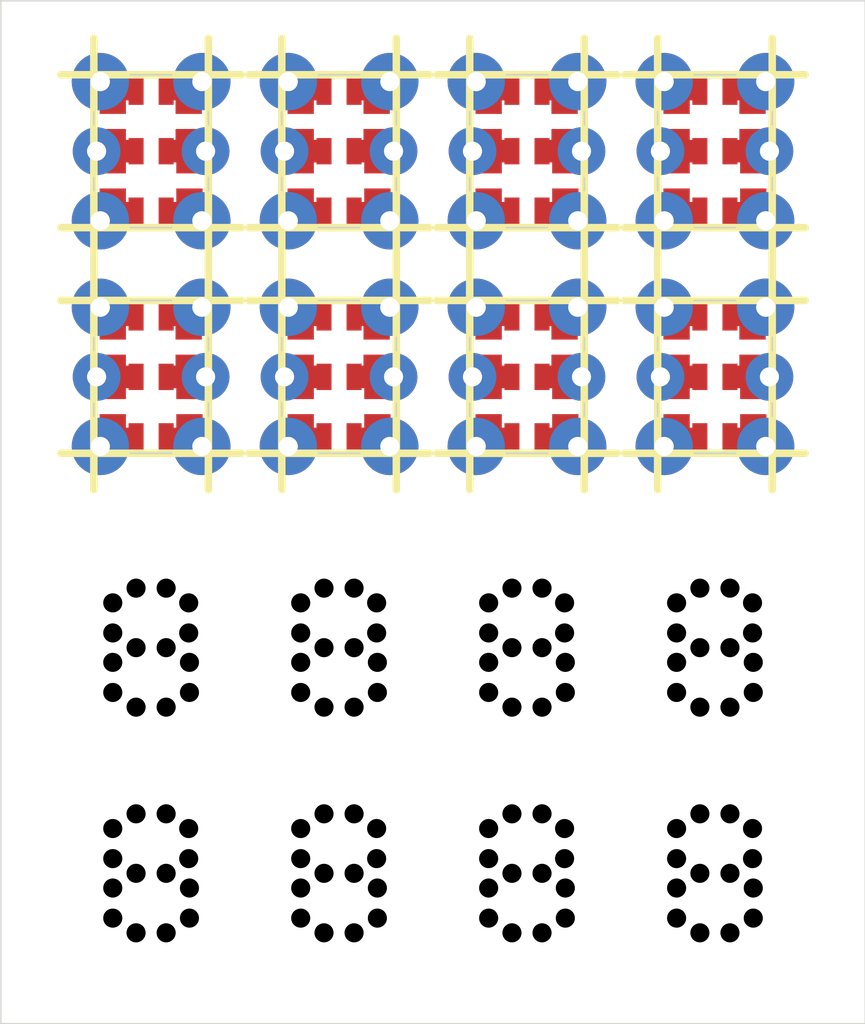
<source format=kicad_pcb>
(kicad_pcb (version 20211014) (generator pcbnew)
  (layers (0 "F.Cu" signal) (31 "B.Cu" signal) (34 "B.Paste" user) (35 "F.Paste" user) (36 "B.SilkS" user "B.Silkscreen") (37 "F.SilkS" user "F.Silkscreen") (38 "B.Mask" user) (39 "F.Mask" user) (44 "Edge.Cuts" user))
  (net 0 "")
  (footprint "nanosegment:sunled0603_stencil" (layer "F.Cu") (at 115.51 110.9955 -90)
    (fp_text reference "REF**145" hide)
    (fp_text value "sunled0603_stencil" hide)
  )
  (footprint "nanosegment:sunled0603_stencil" (layer "F.Cu") (at 106.99 110.2045 -90)
    (fp_text reference "REF**126" hide)
    (fp_text value "sunled0603_stencil" hide)
  )
  (footprint "nanosegment:sunled0603_stencil" (layer "F.Cu") (at 112.5 106.809)
    (fp_text reference "REF**114" hide)
    (fp_text value "sunled0603_stencil" hide)
  )
  (footprint "nanosegment:sunled0603" (layer "F.Cu") (at 112.5 104)
    (fp_text reference "REF**72" hide)
    (fp_text value "sunled0603" hide)
  )
  (footprint "nanosegment:sunled0603_stencil" (layer "F.Cu") (at 115.5 107.2045 -90)
    (fp_text reference "REF**120" hide)
    (fp_text value "sunled0603_stencil" hide)
  )
  (footprint "nanosegment:sunled0603" (layer "F.Cu") (at 106.99 103.6045 -90)
    (fp_text reference "REF**48" hide)
    (fp_text value "sunled0603" hide)
  )
  (footprint "nanosegment:sunled0603" (layer "F.Cu") (at 106.99 100.6045 -90)
    (fp_text reference "REF**" hide)
    (fp_text value "sunled0603" hide)
  )
  (footprint "nanosegment:sunled0603_stencil" (layer "F.Cu") (at 112.5 108.391)
    (fp_text reference "REF**108" hide)
    (fp_text value "sunled0603_stencil" hide)
  )
  (footprint "nanosegment:sunled0603" (layer "F.Cu") (at 107.5 100.209)
    (fp_text reference "REF**" hide)
    (fp_text value "sunled0603" hide)
  )
  (footprint "nanosegment:sunled0603_stencil" (layer "F.Cu") (at 115 107.6)
    (fp_text reference "REF**118" hide)
    (fp_text value "sunled0603_stencil" hide)
  )
  (footprint "nanosegment:sunled0603_stencil" (layer "F.Cu") (at 111.99 110.2045 -90)
    (fp_text reference "REF**140" hide)
    (fp_text value "sunled0603_stencil" hide)
  )
  (footprint "nanosegment:sunled0603_stencil" (layer "F.Cu") (at 106.99 107.2045 -90)
    (fp_text reference "REF**100" hide)
    (fp_text value "sunled0603_stencil" hide)
  )
  (footprint "nanosegment:sunled0603" (layer "F.Cu") (at 110.51 104.3955 -90)
    (fp_text reference "REF**57" hide)
    (fp_text value "sunled0603" hide)
  )
  (footprint "nanosegment:sunled0603_stencil" (layer "F.Cu") (at 115 106.809)
    (fp_text reference "REF**121" hide)
    (fp_text value "sunled0603_stencil" hide)
  )
  (footprint "nanosegment:sunled0603_stencil" (layer "F.Cu") (at 111.99 107.9955 -90)
    (fp_text reference "REF**109" hide)
    (fp_text value "sunled0603_stencil" hide)
  )
  (footprint "nanosegment:sunled0603" (layer "F.Cu") (at 109.49 101.3955 -90)
    (fp_text reference "REF**4" hide)
    (fp_text value "sunled0603" hide)
  )
  (footprint "nanosegment:sunled0603_stencil" (layer "F.Cu") (at 109.49 107.9955 -90)
    (fp_text reference "REF**99" hide)
    (fp_text value "sunled0603_stencil" hide)
  )
  (footprint "nanosegment:sunled0603" (layer "F.Cu") (at 112.5 103.209)
    (fp_text reference "REF**76" hide)
    (fp_text value "sunled0603" hide)
  )
  (footprint "nanosegment:sunled0603" (layer "F.Cu") (at 111.99 103.6045 -90)
    (fp_text reference "REF**74" hide)
    (fp_text value "sunled0603" hide)
  )
  (footprint "nanosegment:sunled0603" (layer "F.Cu") (at 108.01 104.3955 -90)
    (fp_text reference "REF**44" hide)
    (fp_text value "sunled0603" hide)
  )
  (footprint "nanosegment:sunled0603_stencil" (layer "F.Cu") (at 106.99 107.9955 -90)
    (fp_text reference "REF**95" hide)
    (fp_text value "sunled0603_stencil" hide)
  )
  (footprint "nanosegment:sunled0603_stencil" (layer "F.Cu") (at 110 107.6)
    (fp_text reference "REF**104" hide)
    (fp_text value "sunled0603_stencil" hide)
  )
  (footprint "nanosegment:sunled0603_stencil" (layer "F.Cu") (at 107.5 107.6)
    (fp_text reference "REF**98" hide)
    (fp_text value "sunled0603_stencil" hide)
  )
  (footprint "nanosegment:sunled0603_stencil" (layer "F.Cu") (at 113.01 107.9955 -90)
    (fp_text reference "REF**110" hide)
    (fp_text value "sunled0603_stencil" hide)
  )
  (footprint "nanosegment:sunled0603" (layer "F.Cu") (at 107.5 101)
    (fp_text reference "REF**" hide)
    (fp_text value "sunled0603" hide)
  )
  (footprint "nanosegment:sunled0603" (layer "F.Cu") (at 110 103.209)
    (fp_text reference "REF**63" hide)
    (fp_text value "sunled0603" hide)
  )
  (footprint "nanosegment:sunled0603_stencil" (layer "F.Cu") (at 107.5 109.809)
    (fp_text reference "REF**128" hide)
    (fp_text value "sunled0603_stencil" hide)
  )
  (footprint "nanosegment:sunled0603_stencil" (layer "F.Cu") (at 112.5 107.6)
    (fp_text reference "REF**111" hide)
    (fp_text value "sunled0603_stencil" hide)
  )
  (footprint "nanosegment:sunled0603_stencil" (layer "F.Cu") (at 109.49 107.2045 -90)
    (fp_text reference "REF**105" hide)
    (fp_text value "sunled0603_stencil" hide)
  )
  (footprint "nanosegment:sunled0603" (layer "F.Cu") (at 115 103.209)
    (fp_text reference "REF**89" hide)
    (fp_text value "sunled0603" hide)
  )
  (footprint "nanosegment:sunled0603" (layer "F.Cu") (at 111.99 104.3955 -90)
    (fp_text reference "REF**69" hide)
    (fp_text value "sunled0603" hide)
  )
  (footprint "nanosegment:sunled0603_stencil" (layer "F.Cu") (at 111.99 107.2045 -90)
    (fp_text reference "REF**112" hide)
    (fp_text value "sunled0603_stencil" hide)
  )
  (footprint "nanosegment:sunled0603_stencil" (layer "F.Cu") (at 112.5 111.391)
    (fp_text reference "REF**136" hide)
    (fp_text value "sunled0603_stencil" hide)
  )
  (footprint "nanosegment:sunled0603_stencil" (layer "F.Cu") (at 110 110.6)
    (fp_text reference "REF**132" hide)
    (fp_text value "sunled0603_stencil" hide)
  )
  (footprint "nanosegment:sunled0603" (layer "F.Cu") (at 114.49 100.6045 -90)
    (fp_text reference "REF**35" hide)
    (fp_text value "sunled0603" hide)
  )
  (footprint "nanosegment:sunled0603" (layer "F.Cu") (at 115.5 103.6045 -90)
    (fp_text reference "REF**88" hide)
    (fp_text value "sunled0603" hide)
  )
  (footprint "nanosegment:sunled0603_stencil" (layer "F.Cu") (at 110 108.391)
    (fp_text reference "REF**97" hide)
    (fp_text value "sunled0603_stencil" hide)
  )
  (footprint "nanosegment:sunled0603" (layer "F.Cu") (at 109.49 104.3955 -90)
    (fp_text reference "REF**56" hide)
    (fp_text value "sunled0603" hide)
  )
  (footprint "nanosegment:sunled0603" (layer "F.Cu") (at 108 103.6045 -90)
    (fp_text reference "REF**49" hide)
    (fp_text value "sunled0603" hide)
  )
  (footprint "nanosegment:sunled0603" (layer "F.Cu") (at 110 104)
    (fp_text reference "REF**59" hide)
    (fp_text value "sunled0603" hide)
  )
  (footprint "nanosegment:sunled0603_stencil" (layer "F.Cu") (at 115 110.6)
    (fp_text reference "REF**146" hide)
    (fp_text value "sunled0603_stencil" hide)
  )
  (footprint "nanosegment:sunled0603_stencil" (layer "F.Cu") (at 108.01 107.9955 -90)
    (fp_text reference "REF**96" hide)
    (fp_text value "sunled0603_stencil" hide)
  )
  (footprint "nanosegment:sunled0603" (layer "F.Cu") (at 108 100.6045 -90)
    (fp_text reference "REF**" hide)
    (fp_text value "sunled0603" hide)
  )
  (footprint "nanosegment:sunled0603_stencil" (layer "F.Cu") (at 115 111.391)
    (fp_text reference "REF**143" hide)
    (fp_text value "sunled0603_stencil" hide)
  )
  (footprint "nanosegment:sunled0603" (layer "F.Cu") (at 112.5 101)
    (fp_text reference "REF**20" hide)
    (fp_text value "sunled0603" hide)
  )
  (footprint "nanosegment:sunled0603_stencil" (layer "F.Cu") (at 108.01 110.9955 -90)
    (fp_text reference "REF**124" hide)
    (fp_text value "sunled0603_stencil" hide)
  )
  (footprint "nanosegment:sunled0603_stencil" (layer "F.Cu") (at 107.5 110.6)
    (fp_text reference "REF**125" hide)
    (fp_text value "sunled0603_stencil" hide)
  )
  (footprint "nanosegment:sunled0603" (layer "F.Cu") (at 107.5 103.209)
    (fp_text reference "REF**50" hide)
    (fp_text value "sunled0603" hide)
  )
  (footprint "nanosegment:sunled0603" (layer "F.Cu") (at 107.5 104.791)
    (fp_text reference "REF**42" hide)
    (fp_text value "sunled0603" hide)
  )
  (footprint "nanosegment:sunled0603_stencil" (layer "F.Cu") (at 114.49 110.2045 -90)
    (fp_text reference "REF**147" hide)
    (fp_text value "sunled0603_stencil" hide)
  )
  (footprint "nanosegment:sunled0603_stencil" (layer "F.Cu") (at 113.01 110.9955 -90)
    (fp_text reference "REF**138" hide)
    (fp_text value "sunled0603_stencil" hide)
  )
  (footprint "nanosegment:sunled0603" (layer "F.Cu") (at 114.49 101.3955 -90)
    (fp_text reference "REF**30" hide)
    (fp_text value "sunled0603" hide)
  )
  (footprint "nanosegment:sunled0603_stencil" (layer "F.Cu") (at 113 107.2045 -90)
    (fp_text reference "REF**113" hide)
    (fp_text value "sunled0603_stencil" hide)
  )
  (footprint "nanosegment:sunled0603" (layer "F.Cu") (at 110 104.791)
    (fp_text reference "REF**55" hide)
    (fp_text value "sunled0603" hide)
  )
  (footprint "nanosegment:sunled0603_stencil" (layer "F.Cu") (at 107.5 108.391)
    (fp_text reference "REF**94" hide)
    (fp_text value "sunled0603_stencil" hide)
  )
  (footprint "nanosegment:sunled0603" (layer "F.Cu") (at 114.49 104.3955 -90)
    (fp_text reference "REF**82" hide)
    (fp_text value "sunled0603" hide)
  )
  (footprint "nanosegment:sunled0603_stencil" (layer "F.Cu") (at 112.5 110.6)
    (fp_text reference "REF**139" hide)
    (fp_text value "sunled0603_stencil" hide)
  )
  (footprint "nanosegment:sunled0603_stencil" (layer "F.Cu") (at 110 111.391)
    (fp_text reference "REF**129" hide)
    (fp_text value "sunled0603_stencil" hide)
  )
  (footprint "nanosegment:sunled0603" (layer "F.Cu") (at 108.01 101.3955 -90)
    (fp_text reference "REF**" hide)
    (fp_text value "sunled0603" hide)
  )
  (footprint "nanosegment:sunled0603_stencil" (layer "F.Cu") (at 114.49 107.9955 -90)
    (fp_text reference "REF**116" hide)
    (fp_text value "sunled0603_stencil" hide)
  )
  (footprint "nanosegment:sunled0603" (layer "F.Cu") (at 115 104)
    (fp_text reference "REF**85" hide)
    (fp_text value "sunled0603" hide)
  )
  (footprint "nanosegment:sunled0603" (layer "F.Cu") (at 113 103.6045 -90)
    (fp_text reference "REF**75" hide)
    (fp_text value "sunled0603" hide)
  )
  (footprint "nanosegment:sunled0603" (layer "F.Cu") (at 110 101.791)
    (fp_text reference "REF**3" hide)
    (fp_text value "sunled0603" hide)
  )
  (footprint "nanosegment:sunled0603" (layer "F.Cu") (at 107.5 101.791)
    (fp_text reference "REF**" hide)
    (fp_text value "sunled0603" hide)
  )
  (footprint "nanosegment:sunled0603" (layer "F.Cu") (at 111.99 100.6045 -90)
    (fp_text reference "REF**22" hide)
    (fp_text value "sunled0603" hide)
  )
  (footprint "nanosegment:sunled0603" (layer "F.Cu") (at 106.99 101.3955 -90)
    (fp_text reference "REF**" hide)
    (fp_text value "sunled0603" hide)
  )
  (footprint "nanosegment:sunled0603" (layer "F.Cu") (at 115 101.791)
    (fp_text reference "REF**29" hide)
    (fp_text value "sunled0603" hide)
  )
  (footprint "nanosegment:sunled0603" (layer "F.Cu") (at 112.5 104.791)
    (fp_text reference "REF**68" hide)
    (fp_text value "sunled0603" hide)
  )
  (footprint "nanosegment:sunled0603_stencil" (layer "F.Cu") (at 108 107.2045 -90)
    (fp_text reference "REF**101" hide)
    (fp_text value "sunled0603_stencil" hide)
  )
  (footprint "nanosegment:sunled0603_stencil" (layer "F.Cu") (at 111.99 110.9955 -90)
    (fp_text reference "REF**137" hide)
    (fp_text value "sunled0603_stencil" hide)
  )
  (footprint "nanosegment:sunled0603_stencil" (layer "F.Cu") (at 109.49 110.2045 -90)
    (fp_text reference "REF**133" hide)
    (fp_text value "sunled0603_stencil" hide)
  )
  (footprint "nanosegment:sunled0603_stencil" (layer "F.Cu") (at 109.49 110.9955 -90)
    (fp_text reference "REF**130" hide)
    (fp_text value "sunled0603_stencil" hide)
  )
  (footprint "nanosegment:sunled0603" (layer "F.Cu") (at 110 100.209)
    (fp_text reference "REF**11" hide)
    (fp_text value "sunled0603" hide)
  )
  (footprint "nanosegment:sunled0603_stencil" (layer "F.Cu") (at 110.51 107.9955 -90)
    (fp_text reference "REF**103" hide)
    (fp_text value "sunled0603_stencil" hide)
  )
  (footprint "nanosegment:sunled0603" (layer "F.Cu") (at 111.99 101.3955 -90)
    (fp_text reference "REF**17" hide)
    (fp_text value "sunled0603" hide)
  )
  (footprint "nanosegment:sunled0603_stencil" (layer "F.Cu") (at 115.5 110.2045 -90)
    (fp_text reference "REF**148" hide)
    (fp_text value "sunled0603_stencil" hide)
  )
  (footprint "nanosegment:sunled0603_stencil" (layer "F.Cu") (at 108 110.2045 -90)
    (fp_text reference "REF**127" hide)
    (fp_text value "sunled0603_stencil" hide)
  )
  (footprint "nanosegment:sunled0603_stencil" (layer "F.Cu") (at 107.5 106.809)
    (fp_text reference "REF**102" hide)
    (fp_text value "sunled0603_stencil" hide)
  )
  (footprint "nanosegment:sunled0603_stencil" (layer "F.Cu") (at 115.51 107.9955 -90)
    (fp_text reference "REF**117" hide)
    (fp_text value "sunled0603_stencil" hide)
  )
  (footprint "nanosegment:sunled0603" (layer "F.Cu") (at 110 101)
    (fp_text reference "REF**7" hide)
    (fp_text value "sunled0603" hide)
  )
  (footprint "nanosegment:sunled0603" (layer "F.Cu") (at 113.01 101.3955 -90)
    (fp_text reference "REF**18" hide)
    (fp_text value "sunled0603" hide)
  )
  (footprint "nanosegment:sunled0603" (layer "F.Cu") (at 109.49 103.6045 -90)
    (fp_text reference "REF**61" hide)
    (fp_text value "sunled0603" hide)
  )
  (footprint "nanosegment:sunled0603" (layer "F.Cu") (at 113.01 104.3955 -90)
    (fp_text reference "REF**70" hide)
    (fp_text value "sunled0603" hide)
  )
  (footprint "nanosegment:sunled0603_stencil" (layer "F.Cu") (at 113 110.2045 -90)
    (fp_text reference "REF**141" hide)
    (fp_text value "sunled0603_stencil" hide)
  )
  (footprint "nanosegment:sunled0603" (layer "F.Cu") (at 110.51 101.3955 -90)
    (fp_text reference "REF**5" hide)
    (fp_text value "sunled0603" hide)
  )
  (footprint "nanosegment:sunled0603" (layer "F.Cu") (at 115.51 104.3955 -90)
    (fp_text reference "REF**83" hide)
    (fp_text value "sunled0603" hide)
  )
  (footprint "nanosegment:sunled0603_stencil" (layer "F.Cu") (at 110.5 110.2045 -90)
    (fp_text reference "REF**134" hide)
    (fp_text value "sunled0603_stencil" hide)
  )
  (footprint "nanosegment:sunled0603" (layer "F.Cu") (at 110.5 100.6045 -90)
    (fp_text reference "REF**10" hide)
    (fp_text value "sunled0603" hide)
  )
  (footprint "nanosegment:sunled0603_stencil" (layer "F.Cu") (at 110 109.809)
    (fp_text reference "REF**135" hide)
    (fp_text value "sunled0603_stencil" hide)
  )
  (footprint "nanosegment:sunled0603" (layer "F.Cu") (at 109.49 100.6045 -90)
    (fp_text reference "REF**9" hide)
    (fp_text value "sunled0603" hide)
  )
  (footprint "nanosegment:sunled0603_stencil" (layer "F.Cu") (at 106.99 110.9955 -90)
    (fp_text reference "REF**123" hide)
    (fp_text value "sunled0603_stencil" hide)
  )
  (footprint "nanosegment:sunled0603" (layer "F.Cu") (at 112.5 100.209)
    (fp_text reference "REF**24" hide)
    (fp_text value "sunled0603" hide)
  )
  (footprint "nanosegment:sunled0603_stencil" (layer "F.Cu") (at 107.5 111.391)
    (fp_text reference "REF**122" hide)
    (fp_text value "sunled0603_stencil" hide)
  )
  (footprint "nanosegment:sunled0603" (layer "F.Cu") (at 113 100.6045 -90)
    (fp_text reference "REF**23" hide)
    (fp_text value "sunled0603" hide)
  )
  (footprint "nanosegment:sunled0603" (layer "F.Cu") (at 115 104.791)
    (fp_text reference "REF**81" hide)
    (fp_text value "sunled0603" hide)
  )
  (footprint "nanosegment:sunled0603" (layer "F.Cu") (at 107.5 104)
    (fp_text reference "REF**46" hide)
    (fp_text value "sunled0603" hide)
  )
  (footprint "nanosegment:sunled0603" (layer "F.Cu") (at 115.51 101.3955 -90)
    (fp_text reference "REF**31" hide)
    (fp_text value "sunled0603" hide)
  )
  (footprint "nanosegment:sunled0603_stencil" (layer "F.Cu") (at 115 108.391)
    (fp_text reference "REF**115" hide)
    (fp_text value "sunled0603_stencil" hide)
  )
  (footprint "nanosegment:sunled0603" (layer "F.Cu") (at 115 100.209)
    (fp_text reference "REF**37" hide)
    (fp_text value "sunled0603" hide)
  )
  (footprint "nanosegment:sunled0603" (layer "F.Cu") (at 110.5 103.6045 -90)
    (fp_text reference "REF**62" hide)
    (fp_text value "sunled0603" hide)
  )
  (footprint "nanosegment:sunled0603_stencil" (layer "F.Cu") (at 110 106.809)
    (fp_text reference "REF**107" hide)
    (fp_text value "sunled0603_stencil" hide)
  )
  (footprint "nanosegment:sunled0603" (layer "F.Cu") (at 115.5 100.6045 -90)
    (fp_text reference "REF**36" hide)
    (fp_text value "sunled0603" hide)
  )
  (footprint "nanosegment:sunled0603_stencil" (layer "F.Cu") (at 114.49 110.9955 -90)
    (fp_text reference "REF**144" hide)
    (fp_text value "sunled0603_stencil" hide)
  )
  (footprint "nanosegment:sunled0603_stencil" (layer "F.Cu") (at 115 109.809)
    (fp_text reference "REF**149" hide)
    (fp_text value "sunled0603_stencil" hide)
  )
  (footprint "nanosegment:sunled0603_stencil" (layer "F.Cu") (at 110.5 107.2045 -90)
    (fp_text reference "REF**106" hide)
    (fp_text value "sunled0603_stencil" hide)
  )
  (footprint "nanosegment:sunled0603" (layer "F.Cu") (at 106.99 104.3955 -90)
    (fp_text reference "REF**43" hide)
    (fp_text value "sunled0603" hide)
  )
  (footprint "nanosegment:sunled0603_stencil" (layer "F.Cu") (at 110.51 110.9955 -90)
    (fp_text reference "REF**131" hide)
    (fp_text value "sunled0603_stencil" hide)
  )
  (footprint "nanosegment:sunled0603_stencil" (layer "F.Cu") (at 114.49 107.2045 -90)
    (fp_text reference "REF**119" hide)
    (fp_text value "sunled0603_stencil" hide)
  )
  (footprint "nanosegment:sunled0603_stencil" (layer "F.Cu") (at 112.5 109.809)
    (fp_text reference "REF**142" hide)
    (fp_text value "sunled0603_stencil" hide)
  )
  (footprint "nanosegment:sunled0603" (layer "F.Cu") (at 115 101)
    (fp_text reference "REF**33" hide)
    (fp_text value "sunled0603" hide)
  )
  (footprint "nanosegment:sunled0603" (layer "F.Cu") (at 114.49 103.6045 -90)
    (fp_text reference "REF**87" hide)
    (fp_text value "sunled0603" hide)
  )
  (footprint "nanosegment:sunled0603" (layer "F.Cu") (at 112.5 101.791)
    (fp_text reference "REF**16" hide)
    (fp_text value "sunled0603" hide)
  )
  (footprint "TestPoint:TestPoint_Plated_Hole_D2.0mm" (layer "B.Cu") (at 109.275 101 180)
    (fp_text reference "REF**6" hide)
    (fp_text value "TestPoint_Plated_Hole_D2.0mm" hide)
  )
  (footprint "TestPoint:TestPoint_Plated_Hole_D2.0mm" (layer "B.Cu") (at 108.175 104.925 180)
    (fp_text reference "REF**41" hide)
    (fp_text value "TestPoint_Plated_Hole_D2.0mm" hide)
  )
  (footprint "TestPoint:TestPoint_Plated_Hole_D2.0mm" (layer "B.Cu") (at 111.825 100.075 180)
    (fp_text reference "REF**25" hide)
    (fp_text value "TestPoint_Plated_Hole_D2.0mm" hide)
  )
  (footprint "TestPoint:TestPoint_Plated_Hole_D2.0mm" (layer "B.Cu") (at 113.175 104.925 180)
    (fp_text reference "REF**67" hide)
    (fp_text value "TestPoint_Plated_Hole_D2.0mm" hide)
  )
  (footprint "TestPoint:TestPoint_Plated_Hole_D2.0mm" (layer "B.Cu") (at 113.175 103.075 180)
    (fp_text reference "REF**78" hide)
    (fp_text value "TestPoint_Plated_Hole_D2.0mm" hide)
  )
  (footprint "TestPoint:TestPoint_Plated_Hole_D2.0mm" (layer "B.Cu") (at 108.225 101 180)
    (fp_text reference "REF**" hide)
    (fp_text value "TestPoint_Plated_Hole_D2.0mm" hide)
  )
  (footprint "TestPoint:TestPoint_Plated_Hole_D2.0mm" (layer "B.Cu") (at 109.325 103.075 180)
    (fp_text reference "REF**64" hide)
    (fp_text value "TestPoint_Plated_Hole_D2.0mm" hide)
  )
  (footprint "TestPoint:TestPoint_Plated_Hole_D2.0mm" (layer "B.Cu") (at 114.275 104 180)
    (fp_text reference "REF**84" hide)
    (fp_text value "TestPoint_Plated_Hole_D2.0mm" hide)
  )
  (footprint "TestPoint:TestPoint_Plated_Hole_D2.0mm" (layer "B.Cu") (at 109.325 100.075 180)
    (fp_text reference "REF**12" hide)
    (fp_text value "TestPoint_Plated_Hole_D2.0mm" hide)
  )
  (footprint "TestPoint:TestPoint_Plated_Hole_D2.0mm" (layer "B.Cu") (at 108.175 100.075 180)
    (fp_text reference "REF**" hide)
    (fp_text value "TestPoint_Plated_Hole_D2.0mm" hide)
  )
  (footprint "TestPoint:TestPoint_Plated_Hole_D2.0mm" (layer "B.Cu") (at 110.675 101.925 180)
    (fp_text reference "REF**2" hide)
    (fp_text value "TestPoint_Plated_Hole_D2.0mm" hide)
  )
  (footprint "TestPoint:TestPoint_Plated_Hole_D2.0mm" (layer "B.Cu") (at 106.825 101.925 180)
    (fp_text reference "REF**" hide)
    (fp_text value "TestPoint_Plated_Hole_D2.0mm" hide)
  )
  (footprint "TestPoint:TestPoint_Plated_Hole_D2.0mm" (layer "B.Cu") (at 106.775 101 180)
    (fp_text reference "REF**" hide)
    (fp_text value "TestPoint_Plated_Hole_D2.0mm" hide)
  )
  (footprint "TestPoint:TestPoint_Plated_Hole_D2.0mm" (layer "B.Cu") (at 115.675 103.075 180)
    (fp_text reference "REF**91" hide)
    (fp_text value "TestPoint_Plated_Hole_D2.0mm" hide)
  )
  (footprint "TestPoint:TestPoint_Plated_Hole_D2.0mm" (layer "B.Cu") (at 106.825 100.075 180)
    (fp_text reference "REF**" hide)
    (fp_text value "TestPoint_Plated_Hole_D2.0mm" hide)
  )
  (footprint "TestPoint:TestPoint_Plated_Hole_D2.0mm" (layer "B.Cu") (at 111.775 104 180)
    (fp_text reference "REF**71" hide)
    (fp_text value "TestPoint_Plated_Hole_D2.0mm" hide)
  )
  (footprint "TestPoint:TestPoint_Plated_Hole_D2.0mm" (layer "B.Cu") (at 111.825 103.075 180)
    (fp_text reference "REF**77" hide)
    (fp_text value "TestPoint_Plated_Hole_D2.0mm" hide)
  )
  (footprint "TestPoint:TestPoint_Plated_Hole_D2.0mm" (layer "B.Cu") (at 106.825 104.925 180)
    (fp_text reference "REF**40" hide)
    (fp_text value "TestPoint_Plated_Hole_D2.0mm" hide)
  )
  (footprint "TestPoint:TestPoint_Plated_Hole_D2.0mm" (layer "B.Cu") (at 110.675 104.925 180)
    (fp_text reference "REF**54" hide)
    (fp_text value "TestPoint_Plated_Hole_D2.0mm" hide)
  )
  (footprint "TestPoint:TestPoint_Plated_Hole_D2.0mm" (layer "B.Cu") (at 106.825 103.075 180)
    (fp_text reference "REF**51" hide)
    (fp_text value "TestPoint_Plated_Hole_D2.0mm" hide)
  )
  (footprint "TestPoint:TestPoint_Plated_Hole_D2.0mm" (layer "B.Cu") (at 113.175 101.925 180)
    (fp_text reference "REF**15" hide)
    (fp_text value "TestPoint_Plated_Hole_D2.0mm" hide)
  )
  (footprint "TestPoint:TestPoint_Plated_Hole_D2.0mm" (layer "B.Cu") (at 110.675 100.075 180)
    (fp_text reference "REF**13" hide)
    (fp_text value "TestPoint_Plated_Hole_D2.0mm" hide)
  )
  (footprint "TestPoint:TestPoint_Plated_Hole_D2.0mm" (layer "B.Cu") (at 114.325 100.075 180)
    (fp_text reference "REF**38" hide)
    (fp_text value "TestPoint_Plated_Hole_D2.0mm" hide)
  )
  (footprint "TestPoint:TestPoint_Plated_Hole_D2.0mm" (layer "B.Cu") (at 115.675 104.925 180)
    (fp_text reference "REF**80" hide)
    (fp_text value "TestPoint_Plated_Hole_D2.0mm" hide)
  )
  (footprint "TestPoint:TestPoint_Plated_Hole_D2.0mm" (layer "B.Cu") (at 109.325 104.925 180)
    (fp_text reference "REF**53" hide)
    (fp_text value "TestPoint_Plated_Hole_D2.0mm" hide)
  )
  (footprint "TestPoint:TestPoint_Plated_Hole_D2.0mm" (layer "B.Cu") (at 114.325 101.925 180)
    (fp_text reference "REF**27" hide)
    (fp_text value "TestPoint_Plated_Hole_D2.0mm" hide)
  )
  (footprint "TestPoint:TestPoint_Plated_Hole_D2.0mm" (layer "B.Cu") (at 115.675 100.075 180)
    (fp_text reference "REF**39" hide)
    (fp_text value "TestPoint_Plated_Hole_D2.0mm" hide)
  )
  (footprint "TestPoint:TestPoint_Plated_Hole_D2.0mm" (layer "B.Cu") (at 110.675 103.075 180)
    (fp_text reference "REF**65" hide)
    (fp_text value "TestPoint_Plated_Hole_D2.0mm" hide)
  )
  (footprint "TestPoint:TestPoint_Plated_Hole_D2.0mm" (layer "B.Cu") (at 114.275 101 180)
    (fp_text reference "REF**32" hide)
    (fp_text value "TestPoint_Plated_Hole_D2.0mm" hide)
  )
  (footprint "TestPoint:TestPoint_Plated_Hole_D2.0mm" (layer "B.Cu") (at 115.725 101 180)
    (fp_text reference "REF**34" hide)
    (fp_text value "TestPoint_Plated_Hole_D2.0mm" hide)
  )
  (footprint "TestPoint:TestPoint_Plated_Hole_D2.0mm" (layer "B.Cu") (at 110.725 101 180)
    (fp_text reference "REF**8" hide)
    (fp_text value "TestPoint_Plated_Hole_D2.0mm" hide)
  )
  (footprint "TestPoint:TestPoint_Plated_Hole_D2.0mm" (layer "B.Cu") (at 111.825 101.925 180)
    (fp_text reference "REF**14" hide)
    (fp_text value "TestPoint_Plated_Hole_D2.0mm" hide)
  )
  (footprint "TestPoint:TestPoint_Plated_Hole_D2.0mm" (layer "B.Cu") (at 113.225 104 180)
    (fp_text reference "REF**73" hide)
    (fp_text value "TestPoint_Plated_Hole_D2.0mm" hide)
  )
  (footprint "TestPoint:TestPoint_Plated_Hole_D2.0mm" (layer "B.Cu") (at 115.675 101.925 180)
    (fp_text reference "REF**28" hide)
    (fp_text value "TestPoint_Plated_Hole_D2.0mm" hide)
  )
  (footprint "TestPoint:TestPoint_Plated_Hole_D2.0mm" (layer "B.Cu") (at 109.275 104 180)
    (fp_text reference "REF**58" hide)
    (fp_text value "TestPoint_Plated_Hole_D2.0mm" hide)
  )
  (footprint "TestPoint:TestPoint_Plated_Hole_D2.0mm" (layer "B.Cu") (at 113.225 101 180)
    (fp_text reference "REF**21" hide)
    (fp_text value "TestPoint_Plated_Hole_D2.0mm" hide)
  )
  (footprint "TestPoint:TestPoint_Plated_Hole_D2.0mm" (layer "B.Cu") (at 108.175 103.075 180)
    (fp_text reference "REF**52" hide)
    (fp_text value "TestPoint_Plated_Hole_D2.0mm" hide)
  )
  (footprint "TestPoint:TestPoint_Plated_Hole_D2.0mm" (layer "B.Cu") (at 115.725 104 180)
    (fp_text reference "REF**86" hide)
    (fp_text value "TestPoint_Plated_Hole_D2.0mm" hide)
  )
  (footprint "TestPoint:TestPoint_Plated_Hole_D2.0mm" (layer "B.Cu") (at 114.325 103.075 180)
    (fp_text reference "REF**90" hide)
    (fp_text value "TestPoint_Plated_Hole_D2.0mm" hide)
  )
  (footprint "TestPoint:TestPoint_Plated_Hole_D2.0mm" (layer "B.Cu") (at 111.775 101 180)
    (fp_text reference "REF**19" hide)
    (fp_text value "TestPoint_Plated_Hole_D2.0mm" hide)
  )
  (footprint "TestPoint:TestPoint_Plated_Hole_D2.0mm" (layer "B.Cu") (at 108.225 104 180)
    (fp_text reference "REF**47" hide)
    (fp_text value "TestPoint_Plated_Hole_D2.0mm" hide)
  )
  (footprint "TestPoint:TestPoint_Plated_Hole_D2.0mm" (layer "B.Cu") (at 114.325 104.925 180)
    (fp_text reference "REF**79" hide)
    (fp_text value "TestPoint_Plated_Hole_D2.0mm" hide)
  )
  (footprint "TestPoint:TestPoint_Plated_Hole_D2.0mm" (layer "B.Cu") (at 108.175 101.925 180)
    (fp_text reference "REF**" hide)
    (fp_text value "TestPoint_Plated_Hole_D2.0mm" hide)
  )
  (footprint "TestPoint:TestPoint_Plated_Hole_D2.0mm" (layer "B.Cu") (at 109.325 101.925 180)
    (fp_text reference "REF**1" hide)
    (fp_text value "TestPoint_Plated_Hole_D2.0mm" hide)
  )
  (footprint "TestPoint:TestPoint_Plated_Hole_D2.0mm" (layer "B.Cu") (at 106.775 104 180)
    (fp_text reference "REF**45" hide)
    (fp_text value "TestPoint_Plated_Hole_D2.0mm" hide)
  )
  (footprint "TestPoint:TestPoint_Plated_Hole_D2.0mm" (layer "B.Cu") (at 110.725 104 180)
    (fp_text reference "REF**60" hide)
    (fp_text value "TestPoint_Plated_Hole_D2.0mm" hide)
  )
  (footprint "TestPoint:TestPoint_Plated_Hole_D2.0mm" (layer "B.Cu") (at 113.175 100.075 180)
    (fp_text reference "REF**26" hide)
    (fp_text value "TestPoint_Plated_Hole_D2.0mm" hide)
  )
  (footprint "TestPoint:TestPoint_Plated_Hole_D2.0mm" (layer "B.Cu") (at 111.825 104.925 180)
    (fp_text reference "REF**66" hide)
    (fp_text value "TestPoint_Plated_Hole_D2.0mm" hide)
  )
  (gr_rect (start 107.775 100.85) (end 108.225 101.15) (layer "F.Cu") (width 0) (fill solid))
  (gr_poly (pts (xy 107.775 100.025) (xy 108.225 100.025) (xy 108.225 100.325) (xy 107.775 100.325)) (layer "F.Cu") (width 0) (fill solid))
  (gr_rect (start 115.275 104.675) (end 115.725 104.975) (layer "F.Cu") (width 0) (fill solid))
  (gr_poly (pts (xy 107.225 103.325) (xy 106.775 103.325) (xy 106.775 103.025) (xy 107.225 103.025)) (layer "F.Cu") (width 0) (fill solid))
  (gr_rect (start 115.275 101.675) (end 115.725 101.975) (layer "F.Cu") (width 0) (fill solid))
  (gr_poly (pts (xy 112.225 101.975) (xy 111.775 101.975) (xy 111.775 101.675) (xy 112.225 101.675)) (layer "F.Cu") (width 0) (fill solid))
  (gr_poly (pts (xy 107.775 103.025) (xy 108.225 103.025) (xy 108.225 103.325) (xy 107.775 103.325)) (layer "F.Cu") (width 0) (fill solid))
  (gr_poly (pts (xy 114.725 101.15) (xy 114.275 101.15) (xy 114.275 100.85) (xy 114.725 100.85)) (layer "F.Cu") (width 0) (fill solid))
  (gr_poly (pts (xy 109.725 104.15) (xy 109.275 104.15) (xy 109.275 103.85) (xy 109.725 103.85)) (layer "F.Cu") (width 0) (fill solid))
  (gr_rect (start 112.775 104.675) (end 113.225 104.975) (layer "F.Cu") (width 0) (fill solid))
  (gr_poly (pts (xy 107.225 100.325) (xy 106.775 100.325) (xy 106.775 100.025) (xy 107.225 100.025)) (layer "F.Cu") (width 0) (fill solid))
  (gr_poly (pts (xy 114.725 101.975) (xy 114.275 101.975) (xy 114.275 101.675) (xy 114.725 101.675)) (layer "F.Cu") (width 0) (fill solid))
  (gr_poly (pts (xy 112.225 101.15) (xy 111.775 101.15) (xy 111.775 100.85) (xy 112.225 100.85)) (layer "F.Cu") (width 0) (fill solid))
  (gr_poly (pts (xy 109.725 100.325) (xy 109.275 100.325) (xy 109.275 100.025) (xy 109.725 100.025)) (layer "F.Cu") (width 0) (fill solid))
  (gr_poly (pts (xy 109.725 103.325) (xy 109.275 103.325) (xy 109.275 103.025) (xy 109.725 103.025)) (layer "F.Cu") (width 0) (fill solid))
  (gr_poly (pts (xy 114.725 103.325) (xy 114.275 103.325) (xy 114.275 103.025) (xy 114.725 103.025)) (layer "F.Cu") (width 0) (fill solid))
  (gr_poly (pts (xy 112.225 103.325) (xy 111.775 103.325) (xy 111.775 103.025) (xy 112.225 103.025)) (layer "F.Cu") (width 0) (fill solid))
  (gr_poly (pts (xy 107.225 104.975) (xy 106.775 104.975) (xy 106.775 104.675) (xy 107.225 104.675)) (layer "F.Cu") (width 0) (fill solid))
  (gr_poly (pts (xy 109.725 104.975) (xy 109.275 104.975) (xy 109.275 104.675) (xy 109.725 104.675)) (layer "F.Cu") (width 0) (fill solid))
  (gr_rect (start 107.775 101.675) (end 108.225 101.975) (layer "F.Cu") (width 0) (fill solid))
  (gr_poly (pts (xy 112.775 100.025) (xy 113.225 100.025) (xy 113.225 100.325) (xy 112.775 100.325)) (layer "F.Cu") (width 0) (fill solid))
  (gr_poly (pts (xy 110.275 100.025) (xy 110.725 100.025) (xy 110.725 100.325) (xy 110.275 100.325)) (layer "F.Cu") (width 0) (fill solid))
  (gr_poly (pts (xy 109.725 101.15) (xy 109.275 101.15) (xy 109.275 100.85) (xy 109.725 100.85)) (layer "F.Cu") (width 0) (fill solid))
  (gr_rect (start 110.275 104.675) (end 110.725 104.975) (layer "F.Cu") (width 0) (fill solid))
  (gr_poly (pts (xy 112.225 104.975) (xy 111.775 104.975) (xy 111.775 104.675) (xy 112.225 104.675)) (layer "F.Cu") (width 0) (fill solid))
  (gr_rect (start 115.275 103.85) (end 115.725 104.15) (layer "F.Cu") (width 0) (fill solid))
  (gr_poly (pts (xy 107.225 104.15) (xy 106.775 104.15) (xy 106.775 103.85) (xy 107.225 103.85)) (layer "F.Cu") (width 0) (fill solid))
  (gr_poly (pts (xy 107.225 101.975) (xy 106.775 101.975) (xy 106.775 101.675) (xy 107.225 101.675)) (layer "F.Cu") (width 0) (fill solid))
  (gr_rect (start 112.775 103.85) (end 113.225 104.15) (layer "F.Cu") (width 0) (fill solid))
  (gr_poly (pts (xy 112.775 103.025) (xy 113.225 103.025) (xy 113.225 103.325) (xy 112.775 103.325)) (layer "F.Cu") (width 0) (fill solid))
  (gr_poly (pts (xy 112.225 104.15) (xy 111.775 104.15) (xy 111.775 103.85) (xy 112.225 103.85)) (layer "F.Cu") (width 0) (fill solid))
  (gr_rect (start 110.275 100.85) (end 110.725 101.15) (layer "F.Cu") (width 0) (fill solid))
  (gr_rect (start 112.775 101.675) (end 113.225 101.975) (layer "F.Cu") (width 0) (fill solid))
  (gr_poly (pts (xy 115.275 103.025) (xy 115.725 103.025) (xy 115.725 103.325) (xy 115.275 103.325)) (layer "F.Cu") (width 0) (fill solid))
  (gr_poly (pts (xy 114.725 104.975) (xy 114.275 104.975) (xy 114.275 104.675) (xy 114.725 104.675)) (layer "F.Cu") (width 0) (fill solid))
  (gr_rect (start 107.775 104.675) (end 108.225 104.975) (layer "F.Cu") (width 0) (fill solid))
  (gr_poly (pts (xy 109.725 101.975) (xy 109.275 101.975) (xy 109.275 101.675) (xy 109.725 101.675)) (layer "F.Cu") (width 0) (fill solid))
  (gr_poly (pts (xy 115.275 100.025) (xy 115.725 100.025) (xy 115.725 100.325) (xy 115.275 100.325)) (layer "F.Cu") (width 0) (fill solid))
  (gr_poly (pts (xy 107.225 101.15) (xy 106.775 101.15) (xy 106.775 100.85) (xy 107.225 100.85)) (layer "F.Cu") (width 0) (fill solid))
  (gr_poly (pts (xy 114.725 104.15) (xy 114.275 104.15) (xy 114.275 103.85) (xy 114.725 103.85)) (layer "F.Cu") (width 0) (fill solid))
  (gr_rect (start 110.275 101.675) (end 110.725 101.975) (layer "F.Cu") (width 0) (fill solid))
  (gr_rect (start 107.775 103.85) (end 108.225 104.15) (layer "F.Cu") (width 0) (fill solid))
  (gr_poly (pts (xy 114.725 100.325) (xy 114.275 100.325) (xy 114.275 100.025) (xy 114.725 100.025)) (layer "F.Cu") (width 0) (fill solid))
  (gr_rect (start 112.775 100.85) (end 113.225 101.15) (layer "F.Cu") (width 0) (fill solid))
  (gr_rect (start 115.275 100.85) (end 115.725 101.15) (layer "F.Cu") (width 0) (fill solid))
  (gr_poly (pts (xy 110.275 103.025) (xy 110.725 103.025) (xy 110.725 103.325) (xy 110.275 103.325)) (layer "F.Cu") (width 0) (fill solid))
  (gr_poly (pts (xy 112.225 100.325) (xy 111.775 100.325) (xy 111.775 100.025) (xy 112.225 100.025)) (layer "F.Cu") (width 0) (fill solid))
  (gr_rect (start 110.275 103.85) (end 110.725 104.15) (layer "F.Cu") (width 0) (fill solid))
  (gr_line (start 108.262 99.5) (end 108.262 102.5) (layer "F.SilkS") (width 0.1))
  (gr_line (start 106.3 102.984) (end 108.7 102.984) (layer "F.SilkS") (width 0.1))
  (gr_line (start 111.738 99.5) (end 111.738 102.5) (layer "F.SilkS") (width 0.1))
  (gr_line (start 111.738 102.5) (end 111.738 105.5) (layer "F.SilkS") (width 0.1))
  (gr_line (start 106.3 102.016) (end 108.7 102.016) (layer "F.SilkS") (width 0.1))
  (gr_line (start 109.238 99.5) (end 109.238 102.5) (layer "F.SilkS") (width 0.1))
  (gr_line (start 113.8 102.984) (end 116.2 102.984) (layer "F.SilkS") (width 0.1))
  (gr_line (start 108.8 102.016) (end 111.2 102.016) (layer "F.SilkS") (width 0.1))
  (gr_line (start 108.8 102.984) (end 111.2 102.984) (layer "F.SilkS") (width 0.1))
  (gr_line (start 106.738 102.5) (end 106.738 105.5) (layer "F.SilkS") (width 0.1))
  (gr_line (start 110.762 99.5) (end 110.762 102.5) (layer "F.SilkS") (width 0.1))
  (gr_line (start 111.3 102.984) (end 113.7 102.984) (layer "F.SilkS") (width 0.1))
  (gr_line (start 111.3 102.016) (end 113.7 102.016) (layer "F.SilkS") (width 0.1))
  (gr_line (start 113.8 105.016) (end 116.2 105.016) (layer "F.SilkS") (width 0.1))
  (gr_line (start 108.262 102.5) (end 108.262 105.5) (layer "F.SilkS") (width 0.1))
  (gr_line (start 108.8 105.016) (end 111.2 105.016) (layer "F.SilkS") (width 0.1))
  (gr_line (start 111.3 105.016) (end 113.7 105.016) (layer "F.SilkS") (width 0.1))
  (gr_line (start 115.762 99.5) (end 115.762 102.5) (layer "F.SilkS") (width 0.1))
  (gr_line (start 106.3 105.016) (end 108.7 105.016) (layer "F.SilkS") (width 0.1))
  (gr_line (start 109.238 102.5) (end 109.238 105.5) (layer "F.SilkS") (width 0.1))
  (gr_line (start 106.3 99.984) (end 108.7 99.984) (layer "F.SilkS") (width 0.1))
  (gr_line (start 114.238 102.5) (end 114.238 105.5) (layer "F.SilkS") (width 0.1))
  (gr_line (start 111.3 99.984) (end 113.7 99.984) (layer "F.SilkS") (width 0.1))
  (gr_line (start 113.262 99.5) (end 113.262 102.5) (layer "F.SilkS") (width 0.1))
  (gr_line (start 114.238 99.5) (end 114.238 102.5) (layer "F.SilkS") (width 0.1))
  (gr_line (start 115.762 102.5) (end 115.762 105.5) (layer "F.SilkS") (width 0.1))
  (gr_line (start 113.8 99.984) (end 116.2 99.984) (layer "F.SilkS") (width 0.1))
  (gr_line (start 106.738 99.5) (end 106.738 102.5) (layer "F.SilkS") (width 0.1))
  (gr_line (start 108.8 99.984) (end 111.2 99.984) (layer "F.SilkS") (width 0.1))
  (gr_line (start 113.262 102.5) (end 113.262 105.5) (layer "F.SilkS") (width 0.1))
  (gr_line (start 110.762 102.5) (end 110.762 105.5) (layer "F.SilkS") (width 0.1))
  (gr_line (start 113.8 102.016) (end 116.2 102.016) (layer "F.SilkS") (width 0.1))
  (gr_line (start 109.725 102.016) (end 110.275 102.016) (layer "Edge.Cuts") (width 0.02))
  (gr_line (start 113.262 103.65) (end 113.262 103.475) (layer "Edge.Cuts") (width 0.02))
  (gr_line (start 114.238 103.65) (end 114.238 103.475) (layer "Edge.Cuts") (width 0.02))
  (gr_line (start 112.225 105.016) (end 112.775 105.016) (layer "Edge.Cuts") (width 0.02))
  (gr_line (start 114.725 102.984) (end 115.275 102.984) (layer "Edge.Cuts") (width 0.02))
  (gr_line (start 112.225 99.984) (end 112.775 99.984) (layer "Edge.Cuts") (width 0.02))
  (gr_line (start 113.262 104.525) (end 113.262 104.35) (layer "Edge.Cuts") (width 0.02))
  (gr_line (start 108.262 103.65) (end 108.262 103.475) (layer "Edge.Cuts") (width 0.02))
  (gr_line (start 106.738 101.525) (end 106.738 101.35) (layer "Edge.Cuts") (width 0.02))
  (gr_line (start 106.738 104.525) (end 106.738 104.35) (layer "Edge.Cuts") (width 0.02))
  (gr_line (start 109.238 101.525) (end 109.238 101.35) (layer "Edge.Cuts") (width 0.02))
  (gr_line (start 110.762 100.65) (end 110.762 100.475) (layer "Edge.Cuts") (width 0.02))
  (gr_line (start 112.225 102.016) (end 112.775 102.016) (layer "Edge.Cuts") (width 0.02))
  (gr_line (start 111.738 103.65) (end 111.738 103.475) (layer "Edge.Cuts") (width 0.02))
  (gr_line (start 109.238 100.65) (end 109.238 100.475) (layer "Edge.Cuts") (width 0.02))
  (gr_line (start 115.762 104.525) (end 115.762 104.35) (layer "Edge.Cuts") (width 0.02))
  (gr_line (start 114.238 104.525) (end 114.238 104.35) (layer "Edge.Cuts") (width 0.02))
  (gr_line (start 107.225 102.984) (end 107.775 102.984) (layer "Edge.Cuts") (width 0.02))
  (gr_line (start 110.762 101.525) (end 110.762 101.35) (layer "Edge.Cuts") (width 0.02))
  (gr_line (start 110.762 103.65) (end 110.762 103.475) (layer "Edge.Cuts") (width 0.02))
  (gr_line (start 109.238 104.525) (end 109.238 104.35) (layer "Edge.Cuts") (width 0.02))
  (gr_line (start 114.238 100.65) (end 114.238 100.475) (layer "Edge.Cuts") (width 0.02))
  (gr_line (start 108.262 101.525) (end 108.262 101.35) (layer "Edge.Cuts") (width 0.02))
  (gr_line (start 114.725 105.016) (end 115.275 105.016) (layer "Edge.Cuts") (width 0.02))
  (gr_line (start 106.738 100.65) (end 106.738 100.475) (layer "Edge.Cuts") (width 0.02))
  (gr_line (start 111.738 100.65) (end 111.738 100.475) (layer "Edge.Cuts") (width 0.02))
  (gr_line (start 109.725 99.984) (end 110.275 99.984) (layer "Edge.Cuts") (width 0.02))
  (gr_line (start 110.762 104.525) (end 110.762 104.35) (layer "Edge.Cuts") (width 0.02))
  (gr_line (start 108.262 104.525) (end 108.262 104.35) (layer "Edge.Cuts") (width 0.02))
  (gr_line (start 108.262 100.65) (end 108.262 100.475) (layer "Edge.Cuts") (width 0.02))
  (gr_line (start 114.238 101.525) (end 114.238 101.35) (layer "Edge.Cuts") (width 0.02))
  (gr_line (start 115.762 100.65) (end 115.762 100.475) (layer "Edge.Cuts") (width 0.02))
  (gr_rect (start 105.5 99) (end 117 112.6) (layer "Edge.Cuts") (width 0.02) (fill none))
  (gr_line (start 113.262 101.525) (end 113.262 101.35) (layer "Edge.Cuts") (width 0.02))
  (gr_line (start 106.738 103.65) (end 106.738 103.475) (layer "Edge.Cuts") (width 0.02))
  (gr_line (start 111.738 104.525) (end 111.738 104.35) (layer "Edge.Cuts") (width 0.02))
  (gr_line (start 115.762 103.65) (end 115.762 103.475) (layer "Edge.Cuts") (width 0.02))
  (gr_line (start 109.725 105.016) (end 110.275 105.016) (layer "Edge.Cuts") (width 0.02))
  (gr_line (start 109.238 103.65) (end 109.238 103.475) (layer "Edge.Cuts") (width 0.02))
  (gr_line (start 107.225 102.016) (end 107.775 102.016) (layer "Edge.Cuts") (width 0.02))
  (gr_line (start 114.725 99.984) (end 115.275 99.984) (layer "Edge.Cuts") (width 0.02))
  (gr_line (start 115.762 101.525) (end 115.762 101.35) (layer "Edge.Cuts") (width 0.02))
  (gr_line (start 111.738 101.525) (end 111.738 101.35) (layer "Edge.Cuts") (width 0.02))
  (gr_line (start 112.225 102.984) (end 112.775 102.984) (layer "Edge.Cuts") (width 0.02))
  (gr_line (start 114.725 102.016) (end 115.275 102.016) (layer "Edge.Cuts") (width 0.02))
  (gr_line (start 109.725 102.984) (end 110.275 102.984) (layer "Edge.Cuts") (width 0.02))
  (gr_line (start 113.262 100.65) (end 113.262 100.475) (layer "Edge.Cuts") (width 0.02))
  (gr_line (start 107.225 99.984) (end 107.775 99.984) (layer "Edge.Cuts") (width 0.02))
  (gr_line (start 107.225 105.016) (end 107.775 105.016) (layer "Edge.Cuts") (width 0.02))
)
</source>
